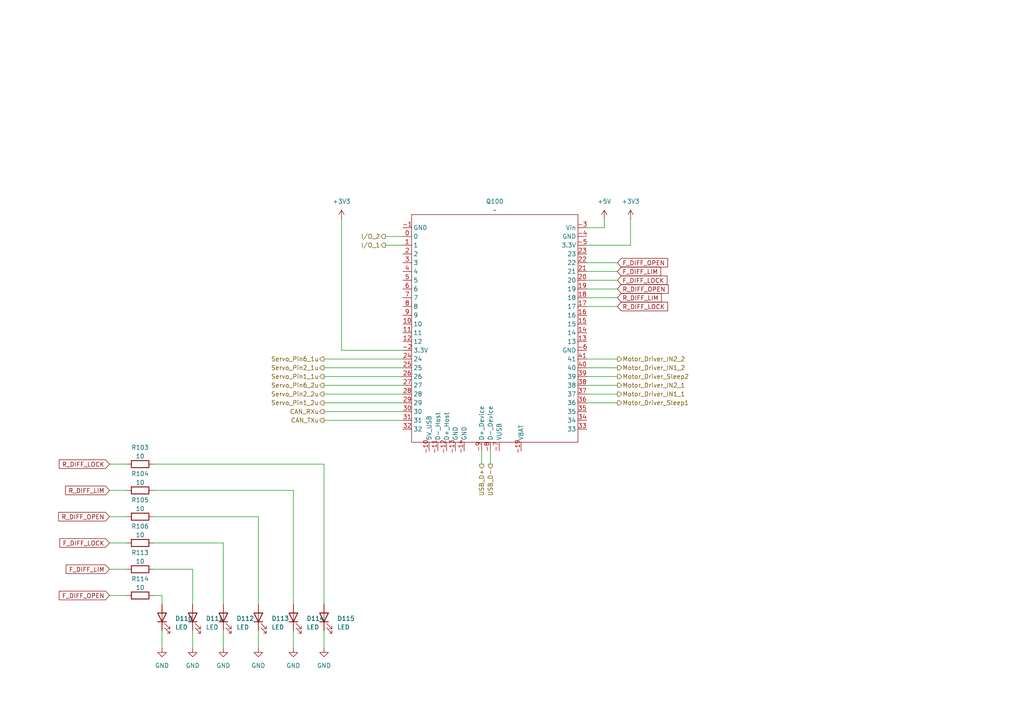
<source format=kicad_sch>
(kicad_sch (version 20231120) (generator "eeschema") (generator_version "8.0")
  (paper "A4")
  (title_block (date "2025-02-11"))
  (lib_symbols
    (symbol "Device:LED" (pin_numbers hide) (pin_names (offset 1.016) hide)
      (property "Reference" "D" (at 0 2.54 0))
      (property "Value" "LED" (at 0 -2.54 0))
      (symbol "LED_0_1"
        (polyline (pts (xy -1.27 -1.27) (xy -1.27 1.27)) (stroke (width 0.254)))
        (polyline (pts (xy -1.27 0) (xy 1.27 0)))
        (polyline (pts (xy 1.27 -1.27) (xy 1.27 1.27) (xy -1.27 0) (xy 1.27 -1.27)) (stroke (width 0.254)))
        (polyline (pts (xy -3.048 -0.762) (xy -4.572 -2.286) (xy -3.81 -2.286) (xy -4.572 -2.286) (xy -4.572 -1.524)))
        (polyline (pts (xy -1.778 -0.762) (xy -3.302 -2.286) (xy -2.54 -2.286) (xy -3.302 -2.286) (xy -3.302 -1.524)))
      )
      (symbol "LED_1_1"
        (pin passive line (at -3.81 0 0) (length 2.54) (name "K") (number "1"))
        (pin passive line (at 3.81 0 180) (length 2.54) (name "A") (number "2"))
      )
    )
    (symbol "Device:R" (pin_numbers hide) (pin_names (offset 0))
      (property "Reference" "R" (at 2.032 0 90))
      (property "Value" "R" (at 0 0 90))
      (symbol "R_0_1"
        (rectangle (start -1.016 -2.54) (end 1.016 2.54) (stroke (width 0.254)))
      )
      (symbol "R_1_1"
        (pin passive line (at 0 3.81 270) (length 1.27) (name "~") (number "1"))
        (pin passive line (at 0 -3.81 90) (length 1.27) (name "~") (number "2"))
      )
    )
    (symbol "Teensy4.1:Teensy4.1"
      (property "Reference" "Q" (at 0 0 0))
      (symbol "Teensy4.1_0_1"
        (rectangle (start 0 0) (end 48.26 -66.04))
      )
      (symbol "Teensy4.1_1_1"
        (pin power_in line (at -2.54 -3.81 0) (length 2.54) (name "GND") (number "-1"))
        (pin bidirectional line (at 5.08 -68.58 90) (length 2.54) (name "5V_USB") (number "-10"))
        (pin bidirectional line (at 7.62 -68.58 90) (length 2.54) (name "D-_Host") (number "-11"))
        (pin bidirectional line (at 10.16 -68.58 90) (length 2.54) (name "D+_Host") (number "-12"))
        (pin power_in line (at 12.7 -68.58 90) (length 2.54) (name "GND") (number "-13"))
        (pin power_in line (at 15.24 -68.58 90) (length 2.54) (name "GND") (number "-14"))
        (pin power_in line (at 31.75 -68.58 90) (length 2.54) (name "VBAT") (number "-19"))
        (pin power_out line (at -2.54 -39.37 0) (length 2.54) (name "3.3V") (number "-2"))
        (pin power_in line (at 50.8 -3.81 180) (length 2.54) (name "Vin") (number "-3"))
        (pin power_in line (at 50.8 -6.35 180) (length 2.54) (name "GND") (number "-4"))
        (pin power_out line (at 50.8 -8.89 180) (length 2.54) (name "3.3V") (number "-5"))
        (pin power_in line (at 50.8 -39.37 180) (length 2.54) (name "GND") (number "-6"))
        (pin power_in line (at 25.4 -68.58 90) (length 2.54) (name "VUSB") (number "-7"))
        (pin bidirectional line (at 22.86 -68.58 90) (length 2.54) (name "D-_Device") (number "-8"))
        (pin bidirectional line (at 20.32 -68.58 90) (length 2.54) (name "D+_Device") (number "-9"))
        (pin bidirectional line (at -2.54 -6.35 0) (length 2.54) (name "0") (number "0"))
        (pin bidirectional line (at -2.54 -8.89 0) (length 2.54) (name "1") (number "1"))
        (pin bidirectional line (at -2.54 -31.75 0) (length 2.54) (name "10") (number "10"))
        (pin bidirectional line (at -2.54 -34.29 0) (length 2.54) (name "11") (number "11"))
        (pin bidirectional line (at -2.54 -36.83 0) (length 2.54) (name "12") (number "12"))
        (pin bidirectional line (at 50.8 -36.83 180) (length 2.54) (name "13") (number "13"))
        (pin bidirectional line (at 50.8 -34.29 180) (length 2.54) (name "14") (number "14"))
        (pin bidirectional line (at 50.8 -31.75 180) (length 2.54) (name "15") (number "15"))
        (pin bidirectional line (at 50.8 -29.21 180) (length 2.54) (name "16") (number "16"))
        (pin bidirectional line (at 50.8 -26.67 180) (length 2.54) (name "17") (number "17"))
        (pin bidirectional line (at 50.8 -24.13 180) (length 2.54) (name "18") (number "18"))
        (pin bidirectional line (at 50.8 -21.59 180) (length 2.54) (name "19") (number "19"))
        (pin bidirectional line (at -2.54 -11.43 0) (length 2.54) (name "2") (number "2"))
        (pin bidirectional line (at 50.8 -19.05 180) (length 2.54) (name "20") (number "20"))
        (pin bidirectional line (at 50.8 -16.51 180) (length 2.54) (name "21") (number "21"))
        (pin bidirectional line (at 50.8 -13.97 180) (length 2.54) (name "22") (number "22"))
        (pin bidirectional line (at 50.8 -11.43 180) (length 2.54) (name "23") (number "23"))
        (pin bidirectional line (at -2.54 -41.91 0) (length 2.54) (name "24") (number "24"))
        (pin bidirectional line (at -2.54 -44.45 0) (length 2.54) (name "25") (number "25"))
        (pin bidirectional line (at -2.54 -46.99 0) (length 2.54) (name "26") (number "26"))
        (pin bidirectional line (at -2.54 -49.53 0) (length 2.54) (name "27") (number "27"))
        (pin bidirectional line (at -2.54 -52.07 0) (length 2.54) (name "28") (number "28"))
        (pin bidirectional line (at -2.54 -54.61 0) (length 2.54) (name "29") (number "29"))
        (pin bidirectional line (at -2.54 -13.97 0) (length 2.54) (name "3") (number "3"))
        (pin bidirectional line (at -2.54 -57.15 0) (length 2.54) (name "30") (number "30"))
        (pin bidirectional line (at -2.54 -59.69 0) (length 2.54) (name "31") (number "31"))
        (pin bidirectional line (at -2.54 -62.23 0) (length 2.54) (name "32") (number "32"))
        (pin bidirectional line (at 50.8 -62.23 180) (length 2.54) (name "33") (number "33"))
        (pin bidirectional line (at 50.8 -59.69 180) (length 2.54) (name "34") (number "34"))
        (pin bidirectional line (at 50.8 -57.15 180) (length 2.54) (name "35") (number "35"))
        (pin bidirectional line (at 50.8 -54.61 180) (length 2.54) (name "36") (number "36"))
        (pin bidirectional line (at 50.8 -52.07 180) (length 2.54) (name "37") (number "37"))
        (pin bidirectional line (at 50.8 -49.53 180) (length 2.54) (name "38") (number "38"))
        (pin bidirectional line (at 50.8 -46.99 180) (length 2.54) (name "39") (number "39"))
        (pin bidirectional line (at -2.54 -16.51 0) (length 2.54) (name "4") (number "4"))
        (pin bidirectional line (at 50.8 -44.45 180) (length 2.54) (name "40") (number "40"))
        (pin bidirectional line (at 50.8 -41.91 180) (length 2.54) (name "41") (number "41"))
        (pin bidirectional line (at -2.54 -19.05 0) (length 2.54) (name "5") (number "5"))
        (pin bidirectional line (at -2.54 -21.59 0) (length 2.54) (name "6") (number "6"))
        (pin bidirectional line (at -2.54 -24.13 0) (length 2.54) (name "7") (number "7"))
        (pin bidirectional line (at -2.54 -26.67 0) (length 2.54) (name "8") (number "8"))
        (pin bidirectional line (at -2.54 -29.21 0) (length 2.54) (name "9") (number "9"))
      )
    )
    (symbol "power:+3V3" (power) (pin_numbers hide) (pin_names (offset 0) hide)
      (property "Value" "+3V3" (at 0 3.556 0))
      (symbol "+3V3_0_1"
        (polyline (pts (xy -0.762 1.27) (xy 0 2.54)))
        (polyline (pts (xy 0 0) (xy 0 2.54)))
        (polyline (pts (xy 0 2.54) (xy 0.762 1.27)))
      )
      (symbol "+3V3_1_1"
        (pin power_in line (at 0 0 90) (length 0) (name "~") (number "1"))
      )
    )
    (symbol "power:+5V" (power) (pin_numbers hide) (pin_names (offset 0) hide)
      (property "Value" "+5V" (at 0 3.556 0))
      (symbol "+5V_0_1"
        (polyline (pts (xy -0.762 1.27) (xy 0 2.54)))
        (polyline (pts (xy 0 0) (xy 0 2.54)))
        (polyline (pts (xy 0 2.54) (xy 0.762 1.27)))
      )
      (symbol "+5V_1_1"
        (pin power_in line (at 0 0 90) (length 0) (name "~") (number "1"))
      )
    )
    (symbol "power:GND" (power) (pin_numbers hide) (pin_names (offset 0) hide)
      (property "Value" "GND" (at 0 -3.81 0))
      (symbol "GND_0_1"
        (polyline (pts (xy 0 0) (xy 0 -1.27) (xy 1.27 -1.27) (xy 0 -2.54) (xy -1.27 -1.27) (xy 0 -1.27)))
      )
      (symbol "GND_1_1"
        (pin power_in line (at 0 0 270) (length 0) (name "~") (number "1"))
      )
    )
  )
  (wire (pts (xy 182.88 63.5) (xy 182.88 71.12)))
  (wire (pts (xy 31.75 149.86) (xy 36.83 149.86)))
  (wire (pts (xy 93.98 119.38) (xy 116.84 119.38)))
  (wire (pts (xy 44.45 165.1) (xy 55.88 165.1)))
  (wire (pts (xy 170.18 83.82) (xy 179.07 83.82)))
  (wire (pts (xy 139.7 130.81) (xy 139.7 134.62)))
  (wire (pts (xy 111.76 71.12) (xy 116.84 71.12)))
  (wire (pts (xy 170.18 106.68) (xy 179.07 106.68)))
  (wire (pts (xy 74.93 182.88) (xy 74.93 187.96)))
  (wire (pts (xy 111.76 68.58) (xy 116.84 68.58)))
  (wire (pts (xy 99.06 63.5) (xy 99.06 101.6)))
  (wire (pts (xy 170.18 81.28) (xy 179.07 81.28)))
  (wire (pts (xy 64.77 182.88) (xy 64.77 187.96)))
  (wire (pts (xy 170.18 109.22) (xy 179.07 109.22)))
  (wire (pts (xy 93.98 116.84) (xy 116.84 116.84)))
  (wire (pts (xy 46.99 172.72) (xy 46.99 175.26)))
  (wire (pts (xy 46.99 182.88) (xy 46.99 187.96)))
  (wire (pts (xy 93.98 182.88) (xy 93.98 187.96)))
  (wire (pts (xy 93.98 106.68) (xy 116.84 106.68)))
  (wire (pts (xy 99.06 101.6) (xy 116.84 101.6)))
  (wire (pts (xy 85.09 175.26) (xy 85.09 142.24)))
  (wire (pts (xy 175.26 66.04) (xy 170.18 66.04)))
  (wire (pts (xy 31.75 165.1) (xy 36.83 165.1)))
  (wire (pts (xy 44.45 149.86) (xy 74.93 149.86)))
  (wire (pts (xy 74.93 149.86) (xy 74.93 175.26)))
  (wire (pts (xy 55.88 175.26) (xy 55.88 165.1)))
  (wire (pts (xy 31.75 142.24) (xy 36.83 142.24)))
  (wire (pts (xy 93.98 134.62) (xy 93.98 175.26)))
  (wire (pts (xy 142.24 130.81) (xy 142.24 134.62)))
  (wire (pts (xy 170.18 116.84) (xy 179.07 116.84)))
  (wire (pts (xy 170.18 111.76) (xy 179.07 111.76)))
  (wire (pts (xy 31.75 157.48) (xy 36.83 157.48)))
  (wire (pts (xy 170.18 88.9) (xy 179.07 88.9)))
  (wire (pts (xy 93.98 114.3) (xy 116.84 114.3)))
  (wire (pts (xy 93.98 104.14) (xy 116.84 104.14)))
  (wire (pts (xy 170.18 78.74) (xy 179.07 78.74)))
  (wire (pts (xy 170.18 76.2) (xy 179.07 76.2)))
  (wire (pts (xy 85.09 142.24) (xy 44.45 142.24)))
  (wire (pts (xy 170.18 104.14) (xy 179.07 104.14)))
  (wire (pts (xy 44.45 157.48) (xy 64.77 157.48)))
  (wire (pts (xy 31.75 172.72) (xy 36.83 172.72)))
  (wire (pts (xy 93.98 109.22) (xy 116.84 109.22)))
  (wire (pts (xy 55.88 182.88) (xy 55.88 187.96)))
  (wire (pts (xy 182.88 71.12) (xy 170.18 71.12)))
  (wire (pts (xy 64.77 157.48) (xy 64.77 175.26)))
  (wire (pts (xy 93.98 111.76) (xy 116.84 111.76)))
  (wire (pts (xy 170.18 86.36) (xy 179.07 86.36)))
  (wire (pts (xy 170.18 114.3) (xy 179.07 114.3)))
  (wire (pts (xy 93.98 121.92) (xy 116.84 121.92)))
  (wire (pts (xy 44.45 134.62) (xy 93.98 134.62)))
  (wire (pts (xy 175.26 63.5) (xy 175.26 66.04)))
  (wire (pts (xy 44.45 172.72) (xy 46.99 172.72)))
  (wire (pts (xy 85.09 182.88) (xy 85.09 187.96)))
  (wire (pts (xy 31.75 134.62) (xy 36.83 134.62)))
  (global_label "R_DIFF_OPEN" (shape input) (at 31.75 149.86 180) (property "Intersheetrefs" "${INTERSHEET_REFS}" (effects (hide yes))))
  (global_label "F_DIFF_LIM" (shape input) (at 179.07 78.74 0) (property "Intersheetrefs" "${INTERSHEET_REFS}" (effects (hide yes))))
  (global_label "R_DIFF_LIM" (shape input) (at 179.07 86.36 0) (property "Intersheetrefs" "${INTERSHEET_REFS}" (effects (hide yes))))
  (global_label "F_DIFF_LOCK" (shape input) (at 31.75 157.48 180) (property "Intersheetrefs" "${INTERSHEET_REFS}" (effects (hide yes))))
  (global_label "R_DIFF_LOCK" (shape input) (at 179.07 88.9 0) (property "Intersheetrefs" "${INTERSHEET_REFS}" (effects (hide yes))))
  (global_label "F_DIFF_OPEN" (shape input) (at 179.07 76.2 0) (property "Intersheetrefs" "${INTERSHEET_REFS}" (effects (hide yes))))
  (global_label "F_DIFF_LIM" (shape input) (at 31.75 165.1 180) (property "Intersheetrefs" "${INTERSHEET_REFS}" (effects (hide yes))))
  (global_label "F_DIFF_LOCK" (shape input) (at 179.07 81.28 0) (property "Intersheetrefs" "${INTERSHEET_REFS}" (effects (hide yes))))
  (global_label "R_DIFF_OPEN" (shape input) (at 179.07 83.82 0) (property "Intersheetrefs" "${INTERSHEET_REFS}" (effects (hide yes))))
  (global_label "F_DIFF_OPEN" (shape input) (at 31.75 172.72 180) (property "Intersheetrefs" "${INTERSHEET_REFS}" (effects (hide yes))))
  (global_label "R_DIFF_LOCK" (shape input) (at 31.75 134.62 180) (property "Intersheetrefs" "${INTERSHEET_REFS}" (effects (hide yes))))
  (global_label "R_DIFF_LIM" (shape input) (at 31.75 142.24 180) (property "Intersheetrefs" "${INTERSHEET_REFS}" (effects (hide yes))))
  (hierarchical_label "USB_D-" (shape output) (at 142.24 134.62 270))
  (hierarchical_label "I{slash}O_1" (shape output) (at 111.76 71.12 180))
  (hierarchical_label "Servo_Pin2_2u" (shape output) (at 93.98 114.3 180))
  (hierarchical_label "Motor_Driver_Sleep1" (shape output) (at 179.07 116.84 0))
  (hierarchical_label "Motor_Driver_IN1_1" (shape output) (at 179.07 114.3 0))
  (hierarchical_label "I{slash}O_2" (shape output) (at 111.76 68.58 180))
  (hierarchical_label "Motor_Driver_IN2_2" (shape output) (at 179.07 104.14 0))
  (hierarchical_label "USB_D+" (shape output) (at 139.7 134.62 270))
  (hierarchical_label "Motor_Driver_IN2_1" (shape output) (at 179.07 111.76 0))
  (hierarchical_label "Servo_Pin1_2u" (shape output) (at 93.98 116.84 180))
  (hierarchical_label "Servo_Pin1_1u" (shape output) (at 93.98 109.22 180))
  (hierarchical_label "Servo_Pin6_1u" (shape output) (at 93.98 104.14 180))
  (hierarchical_label "Servo_Pin2_1u" (shape output) (at 93.98 106.68 180))
  (hierarchical_label "CAN_TXu" (shape output) (at 93.98 121.92 180))
  (hierarchical_label "Servo_Pin6_2u" (shape output) (at 93.98 111.76 180))
  (hierarchical_label "Motor_Driver_IN1_2" (shape output) (at 179.07 106.68 0))
  (hierarchical_label "Motor_Driver_Sleep2" (shape output) (at 179.07 109.22 0))
  (hierarchical_label "CAN_RXu" (shape output) (at 93.98 119.38 180))
  (symbol (lib_id "Device:LED") (at 64.77 179.07 90) (unit 1)
    (property "Reference" "D112" (at 68.58 179.3874 90) (effects (justify right)))
    (property "Value" "LED" (at 68.58 181.9274 90) (effects (justify right)))
    (property "Footprint" "LED_SMD:LED_0603_1608Metric_Pad1.05x0.95mm_HandSolder" (effects (hide yes)))
    (property "Description" "Light emitting diode" (effects (hide yes)))
    (property "Digikey" "https://www.digikey.com/en/products/detail/yongyu-optoelectronics/YY0805PU-NN3S0-T3AR4/25558551" (effects (hide yes)))
    (property "DIGIKEY LINK" "https://www.digikey.com/en/products/detail/w%C3%BCrth-elektronik/150060BS75000/4489895" (effects (hide yes)))
  )
  (symbol (lib_id "power:GND") (at 93.98 187.96 0) (unit 1)
    (property "Reference" "#PWR0112" (effects (hide yes)))
    (property "Value" "GND" (at 93.98 193.04 0))
    (property "Description" "Power symbol creates a global label with name \"GND\" , ground" (effects (hide yes)))
  )
  (symbol (lib_id "power:GND") (at 46.99 187.96 0) (unit 1)
    (property "Reference" "#PWR0102" (effects (hide yes)))
    (property "Value" "GND" (at 46.99 193.04 0))
    (property "Description" "Power symbol creates a global label with name \"GND\" , ground" (effects (hide yes)))
  )
  (symbol (lib_id "Teensy4.1:Teensy4.1") (at 119.38 62.23 0) (unit 1)
    (property "Reference" "Q100" (at 143.51 58.42 0))
    (property "Value" "~" (at 143.51 60.96 0))
    (property "Footprint" "Teensy4_1:Teensy4_1" (effects (hide yes)))
    (property "DIGIKEY LINK" "https://www.digikey.com/en/products/detail/sparkfun-electronics/DEV-20359/16688101" (effects (hide yes)))
  )
  (symbol (lib_id "Device:R") (at 40.64 134.62 90) (unit 1)
    (property "Reference" "R103" (at 40.64 129.794 90))
    (property "Value" "10" (at 40.64 132.334 90))
    (property "Footprint" "Resistor_SMD:R_0603_1608Metric_Pad0.98x0.95mm_HandSolder" (effects (hide yes)))
    (property "Description" "Resistor" (effects (hide yes)))
    (property "DIGIKEY LINK" "https://www.digikey.com/en/products/detail/yageo/RC0603FR-0710RL/726879" (effects (hide yes)))
  )
  (symbol (lib_id "Device:LED") (at 74.93 179.07 90) (unit 1)
    (property "Reference" "D113" (at 78.74 179.3874 90) (effects (justify right)))
    (property "Value" "LED" (at 78.74 181.9274 90) (effects (justify right)))
    (property "Footprint" "LED_SMD:LED_0603_1608Metric_Pad1.05x0.95mm_HandSolder" (effects (hide yes)))
    (property "Description" "Light emitting diode" (effects (hide yes)))
    (property "Digikey" "https://www.digikey.com/en/products/detail/yongyu-optoelectronics/YY0805PU-NN3S0-T3AR4/25558551" (effects (hide yes)))
    (property "DIGIKEY LINK" "https://www.digikey.com/en/products/detail/w%C3%BCrth-elektronik/150060BS75000/4489895" (effects (hide yes)))
  )
  (symbol (lib_id "Device:R") (at 40.64 142.24 90) (unit 1)
    (property "Reference" "R104" (at 40.64 137.414 90))
    (property "Value" "10" (at 40.64 139.954 90))
    (property "Footprint" "Resistor_SMD:R_0603_1608Metric_Pad0.98x0.95mm_HandSolder" (effects (hide yes)))
    (property "Description" "Resistor" (effects (hide yes)))
    (property "DIGIKEY LINK" "https://www.digikey.com/en/products/detail/yageo/RC0603FR-0710RL/726879" (effects (hide yes)))
  )
  (symbol (lib_id "Device:R") (at 40.64 157.48 90) (unit 1)
    (property "Reference" "R106" (at 40.64 152.654 90))
    (property "Value" "10" (at 40.64 155.194 90))
    (property "Footprint" "Resistor_SMD:R_0603_1608Metric_Pad0.98x0.95mm_HandSolder" (effects (hide yes)))
    (property "Description" "Resistor" (effects (hide yes)))
    (property "DIGIKEY LINK" "https://www.digikey.com/en/products/detail/yageo/RC0603FR-0710RL/726879" (effects (hide yes)))
  )
  (symbol (lib_id "Device:LED") (at 46.99 179.07 90) (unit 1)
    (property "Reference" "D110" (at 50.8 179.3874 90) (effects (justify right)))
    (property "Value" "LED" (at 50.8 181.9274 90) (effects (justify right)))
    (property "Footprint" "LED_SMD:LED_0603_1608Metric_Pad1.05x0.95mm_HandSolder" (effects (hide yes)))
    (property "Description" "Light emitting diode" (effects (hide yes)))
    (property "Digikey" "https://www.digikey.com/en/products/detail/yongyu-optoelectronics/YY0805PU-NN3S0-T3AR4/25558551" (effects (hide yes)))
    (property "DIGIKEY LINK" "https://www.digikey.com/en/products/detail/w%C3%BCrth-elektronik/150060BS75000/4489895" (effects (hide yes)))
  )
  (symbol (lib_id "Device:LED") (at 55.88 179.07 90) (unit 1)
    (property "Reference" "D111" (at 59.69 179.3874 90) (effects (justify right)))
    (property "Value" "LED" (at 59.69 181.9274 90) (effects (justify right)))
    (property "Footprint" "LED_SMD:LED_0603_1608Metric_Pad1.05x0.95mm_HandSolder" (effects (hide yes)))
    (property "Description" "Light emitting diode" (effects (hide yes)))
    (property "Digikey" "https://www.digikey.com/en/products/detail/yongyu-optoelectronics/YY0805PU-NN3S0-T3AR4/25558551" (effects (hide yes)))
    (property "DIGIKEY LINK" "https://www.digikey.com/en/products/detail/w%C3%BCrth-elektronik/150060BS75000/4489895" (effects (hide yes)))
  )
  (symbol (lib_id "Device:LED") (at 85.09 179.07 90) (unit 1)
    (property "Reference" "D114" (at 88.9 179.3874 90) (effects (justify right)))
    (property "Value" "LED" (at 88.9 181.9274 90) (effects (justify right)))
    (property "Footprint" "LED_SMD:LED_0603_1608Metric_Pad1.05x0.95mm_HandSolder" (effects (hide yes)))
    (property "Description" "Light emitting diode" (effects (hide yes)))
    (property "Digikey" "https://www.digikey.com/en/products/detail/yongyu-optoelectronics/YY0805PU-NN3S0-T3AR4/25558551" (effects (hide yes)))
    (property "DIGIKEY LINK" "https://www.digikey.com/en/products/detail/w%C3%BCrth-elektronik/150060BS75000/4489895" (effects (hide yes)))
  )
  (symbol (lib_id "power:GND") (at 85.09 187.96 0) (unit 1)
    (property "Reference" "#PWR0111" (effects (hide yes)))
    (property "Value" "GND" (at 85.09 193.04 0))
    (property "Description" "Power symbol creates a global label with name \"GND\" , ground" (effects (hide yes)))
  )
  (symbol (lib_id "Device:R") (at 40.64 172.72 90) (unit 1)
    (property "Reference" "R114" (at 40.64 167.894 90))
    (property "Value" "10" (at 40.64 170.434 90))
    (property "Footprint" "Resistor_SMD:R_0603_1608Metric_Pad0.98x0.95mm_HandSolder" (effects (hide yes)))
    (property "Description" "Resistor" (effects (hide yes)))
    (property "DIGIKEY LINK" "https://www.digikey.com/en/products/detail/yageo/RC0603FR-0710RL/726879" (effects (hide yes)))
  )
  (symbol (lib_id "Device:LED") (at 93.98 179.07 90) (unit 1)
    (property "Reference" "D115" (at 97.79 179.3874 90) (effects (justify right)))
    (property "Value" "LED" (at 97.79 181.9274 90) (effects (justify right)))
    (property "Footprint" "LED_SMD:LED_0603_1608Metric_Pad1.05x0.95mm_HandSolder" (effects (hide yes)))
    (property "Description" "Light emitting diode" (effects (hide yes)))
    (property "Digikey" "https://www.digikey.com/en/products/detail/yongyu-optoelectronics/YY0805PU-NN3S0-T3AR4/25558551" (effects (hide yes)))
    (property "DIGIKEY LINK" "https://www.digikey.com/en/products/detail/w%C3%BCrth-elektronik/150060BS75000/4489895" (effects (hide yes)))
  )
  (symbol (lib_id "Device:R") (at 40.64 149.86 90) (unit 1)
    (property "Reference" "R105" (at 40.64 145.034 90))
    (property "Value" "10" (at 40.64 147.574 90))
    (property "Footprint" "Resistor_SMD:R_0603_1608Metric_Pad0.98x0.95mm_HandSolder" (effects (hide yes)))
    (property "Description" "Resistor" (effects (hide yes)))
    (property "DIGIKEY LINK" "https://www.digikey.com/en/products/detail/yageo/RC0603FR-0710RL/726879" (effects (hide yes)))
  )
  (symbol (lib_id "power:GND") (at 64.77 187.96 0) (unit 1)
    (property "Reference" "#PWR0109" (effects (hide yes)))
    (property "Value" "GND" (at 64.77 193.04 0))
    (property "Description" "Power symbol creates a global label with name \"GND\" , ground" (effects (hide yes)))
  )
  (symbol (lib_id "power:+3V3") (at 99.06 63.5 0) (unit 1)
    (property "Reference" "#PWR0104" (effects (hide yes)))
    (property "Value" "+3V3" (at 99.06 58.42 0))
    (property "Description" "Power symbol creates a global label with name \"+3V3\"" (effects (hide yes)))
  )
  (symbol (lib_id "power:+5V") (at 175.26 63.5 0) (unit 1)
    (property "Reference" "#PWR0105" (effects (hide yes)))
    (property "Value" "+5V" (at 175.26 58.42 0))
    (property "Description" "Power symbol creates a global label with name \"+5V\"" (effects (hide yes)))
  )
  (symbol (lib_id "Device:R") (at 40.64 165.1 90) (unit 1)
    (property "Reference" "R113" (at 40.64 160.274 90))
    (property "Value" "10" (at 40.64 162.814 90))
    (property "Footprint" "Resistor_SMD:R_0603_1608Metric_Pad0.98x0.95mm_HandSolder" (effects (hide yes)))
    (property "Description" "Resistor" (effects (hide yes)))
    (property "DIGIKEY LINK" "https://www.digikey.com/en/products/detail/yageo/RC0603FR-0710RL/726879" (effects (hide yes)))
  )
  (symbol (lib_id "power:GND") (at 74.93 187.96 0) (unit 1)
    (property "Reference" "#PWR0110" (effects (hide yes)))
    (property "Value" "GND" (at 74.93 193.04 0))
    (property "Description" "Power symbol creates a global label with name \"GND\" , ground" (effects (hide yes)))
  )
  (symbol (lib_id "power:+3V3") (at 182.88 63.5 0) (unit 1)
    (property "Reference" "#PWR0106" (effects (hide yes)))
    (property "Value" "+3V3" (at 182.88 58.42 0))
    (property "Description" "Power symbol creates a global label with name \"+3V3\"" (effects (hide yes)))
  )
  (symbol (lib_id "power:GND") (at 55.88 187.96 0) (unit 1)
    (property "Reference" "#PWR0103" (effects (hide yes)))
    (property "Value" "GND" (at 55.88 193.04 0))
    (property "Description" "Power symbol creates a global label with name \"GND\" , ground" (effects (hide yes)))
  )
)
</source>
